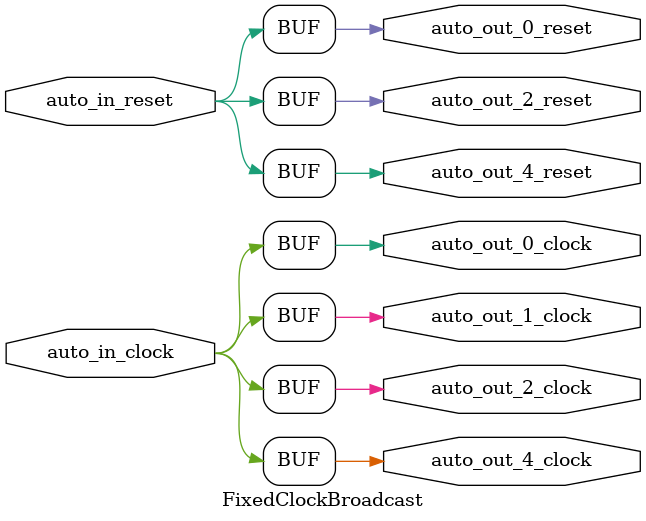
<source format=sv>
`ifndef RANDOMIZE
  `ifdef RANDOMIZE_REG_INIT
    `define RANDOMIZE
  `endif // RANDOMIZE_REG_INIT
`endif // not def RANDOMIZE
`ifndef RANDOMIZE
  `ifdef RANDOMIZE_MEM_INIT
    `define RANDOMIZE
  `endif // RANDOMIZE_MEM_INIT
`endif // not def RANDOMIZE

`ifndef RANDOM
  `define RANDOM $random
`endif // not def RANDOM

// Users can define 'PRINTF_COND' to add an extra gate to prints.
`ifndef PRINTF_COND_
  `ifdef PRINTF_COND
    `define PRINTF_COND_ (`PRINTF_COND)
  `else  // PRINTF_COND
    `define PRINTF_COND_ 1
  `endif // PRINTF_COND
`endif // not def PRINTF_COND_

// Users can define 'ASSERT_VERBOSE_COND' to add an extra gate to assert error printing.
`ifndef ASSERT_VERBOSE_COND_
  `ifdef ASSERT_VERBOSE_COND
    `define ASSERT_VERBOSE_COND_ (`ASSERT_VERBOSE_COND)
  `else  // ASSERT_VERBOSE_COND
    `define ASSERT_VERBOSE_COND_ 1
  `endif // ASSERT_VERBOSE_COND
`endif // not def ASSERT_VERBOSE_COND_

// Users can define 'STOP_COND' to add an extra gate to stop conditions.
`ifndef STOP_COND_
  `ifdef STOP_COND
    `define STOP_COND_ (`STOP_COND)
  `else  // STOP_COND
    `define STOP_COND_ 1
  `endif // STOP_COND
`endif // not def STOP_COND_

// Users can define INIT_RANDOM as general code that gets injected into the
// initializer block for modules with registers.
`ifndef INIT_RANDOM
  `define INIT_RANDOM
`endif // not def INIT_RANDOM

// If using random initialization, you can also define RANDOMIZE_DELAY to
// customize the delay used, otherwise 0.002 is used.
`ifndef RANDOMIZE_DELAY
  `define RANDOMIZE_DELAY 0.002
`endif // not def RANDOMIZE_DELAY

// Define INIT_RANDOM_PROLOG_ for use in our modules below.
`ifndef INIT_RANDOM_PROLOG_
  `ifdef RANDOMIZE
    `ifdef VERILATOR
      `define INIT_RANDOM_PROLOG_ `INIT_RANDOM
    `else  // VERILATOR
      `define INIT_RANDOM_PROLOG_ `INIT_RANDOM #`RANDOMIZE_DELAY begin end
    `endif // VERILATOR
  `else  // RANDOMIZE
    `define INIT_RANDOM_PROLOG_
  `endif // RANDOMIZE
`endif // not def INIT_RANDOM_PROLOG_

module FixedClockBroadcast(
  input  auto_in_clock,
         auto_in_reset,
  output auto_out_4_clock,
         auto_out_4_reset,
         auto_out_2_clock,
         auto_out_2_reset,
         auto_out_1_clock,
         auto_out_0_clock,
         auto_out_0_reset
);

  assign auto_out_4_clock = auto_in_clock;
  assign auto_out_4_reset = auto_in_reset;
  assign auto_out_2_clock = auto_in_clock;
  assign auto_out_2_reset = auto_in_reset;
  assign auto_out_1_clock = auto_in_clock;
  assign auto_out_0_clock = auto_in_clock;
  assign auto_out_0_reset = auto_in_reset;
endmodule


</source>
